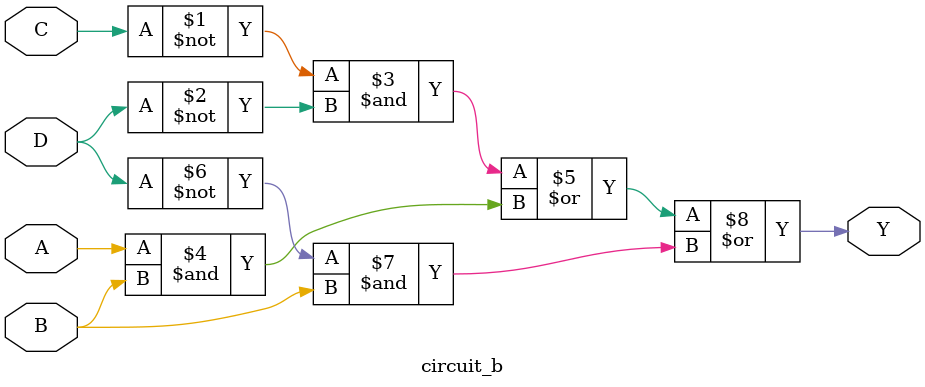
<source format=v>
module circuit_b(
    // Declare inputs
 
input A,B,C,D,
output Y
 // Declare Y output
);

assign Y = (~C&~D)|
(A&B)|
(~D&B);

    // Enter logic equation here

endmodule

</source>
